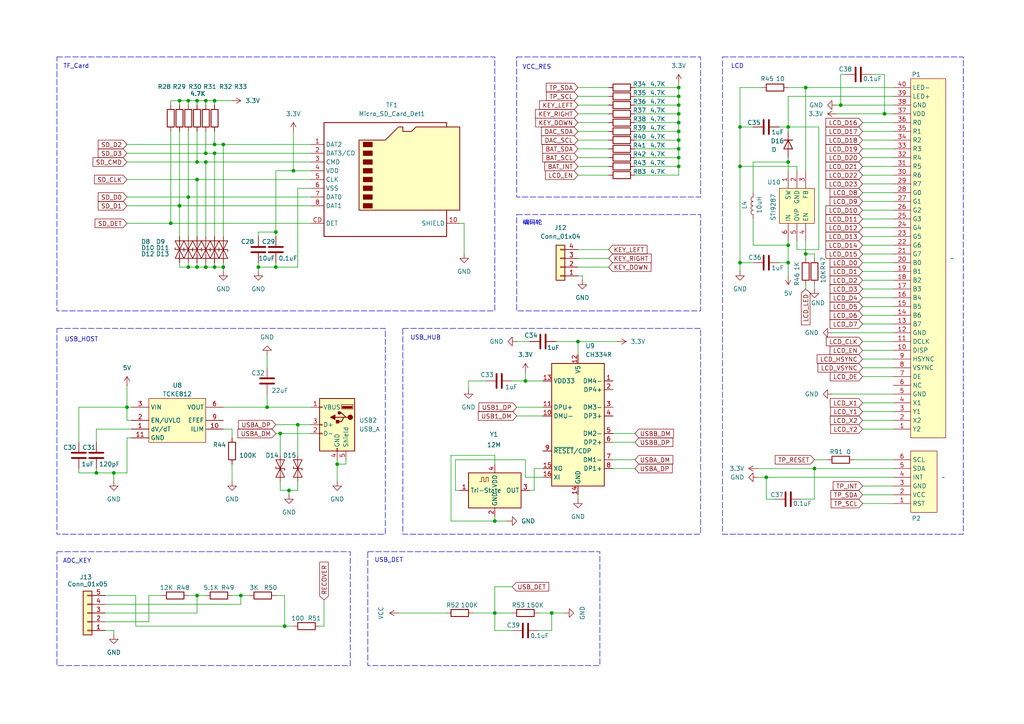
<source format=kicad_sch>
(kicad_sch (version 20250114) (generator "eeschema") (generator_version "9.0")
  (paper "A4")
  (rectangle (start 16.51 16.51) (end 143.51 90.17) (stroke (width 0) (type dash)))
  (rectangle (start 16.51 95.25) (end 111.76 154.94) (stroke (width 0) (type dash)))
  (rectangle (start 106.68 160.02) (end 173.99 193.04) (stroke (width 0) (type dash)))
  (rectangle (start 209.55 16.51) (end 279.4 154.94) (stroke (width 0) (type dash)))
  (rectangle (start 149.86 16.51) (end 203.2 57.15) (stroke (width 0) (type dash)))
  (rectangle (start 16.51 160.02) (end 101.6 193.04) (stroke (width 0) (type dash)))
  (rectangle (start 149.86 62.23) (end 203.2 90.17) (stroke (width 0) (type dash)))
  (rectangle (start 116.84 95.25) (end 203.2 154.94) (stroke (width 0) (type dash)))
  (text "ADC_KEY" (at 22.352 162.814 0) (effects (font (size 1.27 1.27))))
  (text "VCC_RES" (at 155.702 19.558 0) (effects (font (size 1.27 1.27))))
  (text "USB_HOST" (at 23.622 98.552 0) (effects (font (size 1.27 1.27))))
  (text "编码轮" (at 154.432 64.77 0) (effects (font (size 1.27 1.27))))
  (text "USB_DET" (at 112.776 162.56 0) (effects (font (size 1.27 1.27))))
  (text "USB_HUB" (at 123.444 98.044 0) (effects (font (size 1.27 1.27))))
  (text "LCD" (at 213.868 19.304 0) (effects (font (size 1.27 1.27))))
  (text "TF_Card" (at 22.098 19.304 0) (effects (font (size 1.27 1.27))))
  (junction (at 57.15 172.72))
  (junction (at 233.68 25.4))
  (junction (at 54.61 77.47))
  (junction (at 62.23 29.21))
  (junction (at 196.85 40.64))
  (junction (at 69.85 172.72))
  (junction (at 81.28 125.73))
  (junction (at 86.36 123.19))
  (junction (at 36.83 118.11))
  (junction (at 49.53 64.77))
  (junction (at 196.85 48.26))
  (junction (at 59.69 29.21))
  (junction (at 54.61 57.15))
  (junction (at 196.85 30.48))
  (junction (at 243.84 30.48))
  (junction (at 62.23 77.47))
  (junction (at 80.01 67.31))
  (junction (at 85.09 49.53))
  (junction (at 62.23 41.91))
  (junction (at 57.15 46.99))
  (junction (at 214.63 48.26))
  (junction (at 196.85 33.02))
  (junction (at 64.77 77.47))
  (junction (at 83.82 142.24))
  (junction (at 196.85 38.1))
  (junction (at 33.02 137.16))
  (junction (at 62.23 44.45))
  (junction (at 143.51 177.8))
  (junction (at 82.55 181.61))
  (junction (at 57.15 52.07))
  (junction (at 59.69 77.47))
  (junction (at 196.85 25.4))
  (junction (at 196.85 27.94))
  (junction (at 52.07 59.69))
  (junction (at 59.69 46.99))
  (junction (at 214.63 76.2))
  (junction (at 233.68 73.66))
  (junction (at 236.22 135.89))
  (junction (at 143.51 151.13))
  (junction (at 152.4 110.49))
  (junction (at 196.85 35.56))
  (junction (at 54.61 29.21))
  (junction (at 59.69 44.45))
  (junction (at 27.94 137.16))
  (junction (at 222.25 138.43))
  (junction (at 160.02 177.8))
  (junction (at 196.85 43.18))
  (junction (at 97.79 134.62))
  (junction (at 228.6 36.83))
  (junction (at 80.01 77.47))
  (junction (at 196.85 45.72))
  (junction (at 74.93 77.47))
  (junction (at 214.63 36.83))
  (junction (at 167.64 99.06))
  (junction (at 57.15 77.47))
  (junction (at 64.77 41.91))
  (junction (at 228.6 46.99))
  (junction (at 228.6 71.12))
  (junction (at 57.15 29.21))
  (junction (at 256.54 33.02))
  (junction (at 228.6 76.2))
  (junction (at 52.07 29.21))
  (junction (at 77.47 118.11))
  (wire (pts (xy 22.86 137.16) (xy 27.94 137.16)))
  (wire (pts (xy 52.07 59.69) (xy 90.17 59.69)))
  (wire (pts (xy 36.83 64.77) (xy 49.53 64.77)))
  (wire (pts (xy 67.31 134.62) (xy 67.31 139.7)))
  (wire (pts (xy 236.22 74.93) (xy 236.22 73.66)))
  (wire (pts (xy 54.61 57.15) (xy 90.17 57.15)))
  (wire (pts (xy 184.15 48.26) (xy 196.85 48.26)))
  (wire (pts (xy 233.68 82.55) (xy 233.68 83.82)))
  (wire (pts (xy 38.1 124.46) (xy 27.94 124.46)))
  (wire (pts (xy 62.23 29.21) (xy 67.31 29.21)))
  (wire (pts (xy 214.63 76.2) (xy 218.44 76.2)))
  (wire (pts (xy 259.08 27.94) (xy 228.6 27.94)))
  (wire (pts (xy 57.15 172.72) (xy 59.69 172.72)))
  (wire (pts (xy 167.64 25.4) (xy 176.53 25.4)))
  (wire (pts (xy 154.94 142.24) (xy 154.94 135.89)))
  (wire (pts (xy 152.4 110.49) (xy 157.48 110.49)))
  (wire (pts (xy 143.51 132.08) (xy 130.81 132.08)))
  (wire (pts (xy 167.64 38.1) (xy 176.53 38.1)))
  (wire (pts (xy 242.57 30.48) (xy 243.84 30.48)))
  (wire (pts (xy 36.83 57.15) (xy 54.61 57.15)))
  (wire (pts (xy 36.83 111.76) (xy 36.83 118.11)))
  (wire (pts (xy 177.8 128.27) (xy 184.15 128.27)))
  (wire (pts (xy 33.02 137.16) (xy 33.02 139.7)))
  (wire (pts (xy 149.86 120.65) (xy 157.48 120.65)))
  (wire (pts (xy 218.44 36.83) (xy 214.63 36.83)))
  (wire (pts (xy 250.19 55.88) (xy 259.08 55.88)))
  (wire (pts (xy 196.85 33.02) (xy 196.85 30.48)))
  (wire (pts (xy 176.53 77.47) (xy 167.64 77.47)))
  (wire (pts (xy 228.6 71.12) (xy 218.44 71.12)))
  (wire (pts (xy 250.19 43.18) (xy 259.08 43.18)))
  (wire (pts (xy 64.77 41.91) (xy 90.17 41.91)))
  (wire (pts (xy 57.15 76.2) (xy 57.15 77.47)))
  (wire (pts (xy 250.19 88.9) (xy 259.08 88.9)))
  (wire (pts (xy 57.15 38.1) (xy 57.15 46.99)))
  (wire (pts (xy 222.25 144.78) (xy 222.25 138.43)))
  (wire (pts (xy 67.31 172.72) (xy 69.85 172.72)))
  (wire (pts (xy 43.18 172.72) (xy 46.99 172.72)))
  (wire (pts (xy 152.4 138.43) (xy 152.4 133.35)))
  (wire (pts (xy 143.51 182.88) (xy 143.51 177.8)))
  (wire (pts (xy 80.01 123.19) (xy 86.36 123.19)))
  (wire (pts (xy 57.15 77.47) (xy 59.69 77.47)))
  (wire (pts (xy 33.02 182.88) (xy 33.02 184.15)))
  (wire (pts (xy 250.19 71.12) (xy 259.08 71.12)))
  (wire (pts (xy 30.48 172.72) (xy 39.37 172.72)))
  (wire (pts (xy 232.41 144.78) (xy 236.22 144.78)))
  (wire (pts (xy 97.79 133.35) (xy 97.79 134.62)))
  (wire (pts (xy 228.6 76.2) (xy 228.6 80.01)))
  (wire (pts (xy 250.19 83.82) (xy 259.08 83.82)))
  (wire (pts (xy 237.49 36.83) (xy 228.6 36.83)))
  (wire (pts (xy 160.02 182.88) (xy 160.02 177.8)))
  (wire (pts (xy 250.19 73.66) (xy 259.08 73.66)))
  (wire (pts (xy 250.19 66.04) (xy 259.08 66.04)))
  (wire (pts (xy 177.8 135.89) (xy 184.15 135.89)))
  (wire (pts (xy 36.83 44.45) (xy 59.69 44.45)))
  (wire (pts (xy 148.59 182.88) (xy 143.51 182.88)))
  (wire (pts (xy 59.69 44.45) (xy 62.23 44.45)))
  (wire (pts (xy 77.47 118.11) (xy 90.17 118.11)))
  (wire (pts (xy 30.48 177.8) (xy 57.15 177.8)))
  (wire (pts (xy 236.22 82.55) (xy 236.22 83.82)))
  (wire (pts (xy 148.59 110.49) (xy 152.4 110.49)))
  (wire (pts (xy 93.98 181.61) (xy 92.71 181.61)))
  (wire (pts (xy 36.83 41.91) (xy 62.23 41.91)))
  (wire (pts (xy 250.19 53.34) (xy 259.08 53.34)))
  (wire (pts (xy 250.19 63.5) (xy 259.08 63.5)))
  (wire (pts (xy 80.01 172.72) (xy 82.55 172.72)))
  (wire (pts (xy 228.6 25.4) (xy 233.68 25.4)))
  (wire (pts (xy 49.53 29.21) (xy 52.07 29.21)))
  (wire (pts (xy 54.61 29.21) (xy 57.15 29.21)))
  (wire (pts (xy 196.85 50.8) (xy 196.85 48.26)))
  (wire (pts (xy 196.85 35.56) (xy 196.85 33.02)))
  (wire (pts (xy 83.82 142.24) (xy 81.28 142.24)))
  (wire (pts (xy 62.23 77.47) (xy 64.77 77.47)))
  (wire (pts (xy 86.36 77.47) (xy 80.01 77.47)))
  (wire (pts (xy 236.22 133.35) (xy 240.03 133.35)))
  (wire (pts (xy 57.15 52.07) (xy 90.17 52.07)))
  (wire (pts (xy 54.61 38.1) (xy 54.61 57.15)))
  (wire (pts (xy 57.15 29.21) (xy 57.15 30.48)))
  (wire (pts (xy 156.21 182.88) (xy 160.02 182.88)))
  (wire (pts (xy 38.1 118.11) (xy 36.83 118.11)))
  (wire (pts (xy 243.84 30.48) (xy 259.08 30.48)))
  (wire (pts (xy 133.35 64.77) (xy 134.62 64.77)))
  (wire (pts (xy 184.15 30.48) (xy 196.85 30.48)))
  (wire (pts (xy 100.33 134.62) (xy 97.79 134.62)))
  (wire (pts (xy 27.94 137.16) (xy 33.02 137.16)))
  (wire (pts (xy 54.61 29.21) (xy 54.61 30.48)))
  (wire (pts (xy 135.89 110.49) (xy 140.97 110.49)))
  (wire (pts (xy 214.63 36.83) (xy 214.63 48.26)))
  (wire (pts (xy 59.69 29.21) (xy 62.23 29.21)))
  (wire (pts (xy 160.02 177.8) (xy 163.83 177.8)))
  (wire (pts (xy 64.77 77.47) (xy 64.77 78.74)))
  (wire (pts (xy 86.36 139.7) (xy 86.36 142.24)))
  (wire (pts (xy 148.59 170.18) (xy 143.51 170.18)))
  (wire (pts (xy 74.93 67.31) (xy 80.01 67.31)))
  (wire (pts (xy 153.67 142.24) (xy 154.94 142.24)))
  (wire (pts (xy 177.8 125.73) (xy 184.15 125.73)))
  (wire (pts (xy 22.86 128.27) (xy 22.86 118.11)))
  (wire (pts (xy 250.19 99.06) (xy 259.08 99.06)))
  (wire (pts (xy 196.85 27.94) (xy 196.85 25.4)))
  (wire (pts (xy 228.6 76.2) (xy 228.6 71.12)))
  (wire (pts (xy 250.19 124.46) (xy 259.08 124.46)))
  (wire (pts (xy 250.19 40.64) (xy 259.08 40.64)))
  (wire (pts (xy 137.16 177.8) (xy 143.51 177.8)))
  (wire (pts (xy 62.23 41.91) (xy 64.77 41.91)))
  (wire (pts (xy 250.19 45.72) (xy 259.08 45.72)))
  (wire (pts (xy 250.19 38.1) (xy 259.08 38.1)))
  (wire (pts (xy 52.07 76.2) (xy 52.07 77.47)))
  (wire (pts (xy 219.71 138.43) (xy 222.25 138.43)))
  (wire (pts (xy 54.61 172.72) (xy 57.15 172.72)))
  (wire (pts (xy 196.85 40.64) (xy 196.85 43.18)))
  (wire (pts (xy 85.09 49.53) (xy 90.17 49.53)))
  (wire (pts (xy 184.15 25.4) (xy 196.85 25.4)))
  (wire (pts (xy 143.51 151.13) (xy 147.32 151.13)))
  (wire (pts (xy 54.61 57.15) (xy 54.61 68.58)))
  (wire (pts (xy 30.48 182.88) (xy 33.02 182.88)))
  (wire (pts (xy 74.93 77.47) (xy 74.93 78.74)))
  (wire (pts (xy 49.53 38.1) (xy 49.53 64.77)))
  (wire (pts (xy 27.94 124.46) (xy 27.94 128.27)))
  (wire (pts (xy 167.64 45.72) (xy 176.53 45.72)))
  (wire (pts (xy 245.11 21.59) (xy 243.84 21.59)))
  (wire (pts (xy 218.44 71.12) (xy 218.44 63.5)))
  (wire (pts (xy 226.06 76.2) (xy 228.6 76.2)))
  (wire (pts (xy 250.19 86.36) (xy 259.08 86.36)))
  (wire (pts (xy 81.28 142.24) (xy 81.28 139.7)))
  (wire (pts (xy 167.64 143.51) (xy 167.64 144.78)))
  (wire (pts (xy 233.68 69.85) (xy 233.68 73.66)))
  (wire (pts (xy 143.51 170.18) (xy 143.51 177.8)))
  (wire (pts (xy 196.85 38.1) (xy 196.85 35.56)))
  (wire (pts (xy 196.85 45.72) (xy 196.85 48.26)))
  (wire (pts (xy 39.37 181.61) (xy 82.55 181.61)))
  (wire (pts (xy 59.69 46.99) (xy 90.17 46.99)))
  (wire (pts (xy 36.83 127) (xy 36.83 137.16)))
  (wire (pts (xy 52.07 59.69) (xy 52.07 68.58)))
  (wire (pts (xy 52.07 38.1) (xy 52.07 59.69)))
  (wire (pts (xy 64.77 41.91) (xy 64.77 68.58)))
  (wire (pts (xy 250.19 91.44) (xy 259.08 91.44)))
  (wire (pts (xy 85.09 38.1) (xy 85.09 49.53)))
  (wire (pts (xy 233.68 25.4) (xy 233.68 49.53)))
  (wire (pts (xy 36.83 59.69) (xy 52.07 59.69)))
  (wire (pts (xy 250.19 35.56) (xy 259.08 35.56)))
  (wire (pts (xy 250.19 78.74) (xy 259.08 78.74)))
  (wire (pts (xy 39.37 172.72) (xy 39.37 181.61)))
  (wire (pts (xy 143.51 132.08) (xy 143.51 134.62)))
  (wire (pts (xy 231.14 69.85) (xy 231.14 72.39)))
  (wire (pts (xy 156.21 177.8) (xy 160.02 177.8)))
  (wire (pts (xy 256.54 33.02) (xy 259.08 33.02)))
  (wire (pts (xy 250.19 121.92) (xy 259.08 121.92)))
  (wire (pts (xy 59.69 38.1) (xy 59.69 44.45)))
  (wire (pts (xy 59.69 29.21) (xy 59.69 30.48)))
  (wire (pts (xy 250.19 93.98) (xy 259.08 93.98)))
  (wire (pts (xy 80.01 67.31) (xy 80.01 68.58)))
  (wire (pts (xy 143.51 177.8) (xy 148.59 177.8)))
  (wire (pts (xy 38.1 127) (xy 36.83 127)))
  (wire (pts (xy 250.19 116.84) (xy 259.08 116.84)))
  (wire (pts (xy 52.07 29.21) (xy 54.61 29.21)))
  (wire (pts (xy 115.57 177.8) (xy 129.54 177.8)))
  (wire (pts (xy 86.36 54.61) (xy 90.17 54.61)))
  (wire (pts (xy 80.01 77.47) (xy 80.01 76.2)))
  (wire (pts (xy 134.62 64.77) (xy 134.62 73.66)))
  (wire (pts (xy 220.98 25.4) (xy 214.63 25.4)))
  (wire (pts (xy 57.15 46.99) (xy 59.69 46.99)))
  (wire (pts (xy 59.69 76.2) (xy 59.69 77.47)))
  (wire (pts (xy 228.6 69.85) (xy 228.6 71.12)))
  (wire (pts (xy 132.08 142.24) (xy 133.35 142.24)))
  (wire (pts (xy 149.86 118.11) (xy 157.48 118.11)))
  (wire (pts (xy 161.29 99.06) (xy 167.64 99.06)))
  (wire (pts (xy 214.63 76.2) (xy 214.63 78.74)))
  (wire (pts (xy 226.06 36.83) (xy 228.6 36.83)))
  (wire (pts (xy 219.71 135.89) (xy 236.22 135.89)))
  (wire (pts (xy 228.6 46.99) (xy 228.6 49.53)))
  (wire (pts (xy 67.31 124.46) (xy 67.31 127)))
  (wire (pts (xy 62.23 38.1) (xy 62.23 41.91)))
  (wire (pts (xy 241.3 114.3) (xy 259.08 114.3)))
  (wire (pts (xy 82.55 181.61) (xy 85.09 181.61)))
  (wire (pts (xy 130.81 132.08) (xy 130.81 151.13)))
  (wire (pts (xy 196.85 43.18) (xy 196.85 45.72)))
  (wire (pts (xy 80.01 49.53) (xy 85.09 49.53)))
  (wire (pts (xy 30.48 175.26) (xy 69.85 175.26)))
  (wire (pts (xy 74.93 68.58) (xy 74.93 67.31)))
  (wire (pts (xy 69.85 172.72) (xy 72.39 172.72)))
  (wire (pts (xy 231.14 49.53) (xy 231.14 48.26)))
  (wire (pts (xy 184.15 43.18) (xy 196.85 43.18)))
  (wire (pts (xy 250.19 143.51) (xy 259.08 143.51)))
  (wire (pts (xy 250.19 76.2) (xy 259.08 76.2)))
  (wire (pts (xy 57.15 29.21) (xy 59.69 29.21)))
  (wire (pts (xy 52.07 29.21) (xy 52.07 30.48)))
  (wire (pts (xy 64.77 118.11) (xy 77.47 118.11)))
  (wire (pts (xy 152.4 107.95) (xy 152.4 110.49)))
  (wire (pts (xy 149.86 99.06) (xy 153.67 99.06)))
  (wire (pts (xy 196.85 40.64) (xy 196.85 38.1)))
  (wire (pts (xy 36.83 121.92) (xy 36.83 118.11)))
  (wire (pts (xy 27.94 135.89) (xy 27.94 137.16)))
  (wire (pts (xy 62.23 44.45) (xy 62.23 68.58)))
  (wire (pts (xy 243.84 21.59) (xy 243.84 30.48)))
  (wire (pts (xy 250.19 109.22) (xy 259.08 109.22)))
  (wire (pts (xy 132.08 133.35) (xy 132.08 142.24)))
  (wire (pts (xy 86.36 123.19) (xy 86.36 132.08)))
  (wire (pts (xy 184.15 27.94) (xy 196.85 27.94)))
  (wire (pts (xy 167.64 80.01) (xy 168.91 80.01)))
  (wire (pts (xy 250.19 119.38) (xy 259.08 119.38)))
  (wire (pts (xy 52.07 77.47) (xy 54.61 77.47)))
  (wire (pts (xy 196.85 30.48) (xy 196.85 27.94)))
  (wire (pts (xy 22.86 118.11) (xy 36.83 118.11)))
  (wire (pts (xy 250.19 81.28) (xy 259.08 81.28)))
  (wire (pts (xy 250.19 48.26) (xy 259.08 48.26)))
  (wire (pts (xy 86.36 54.61) (xy 86.36 77.47)))
  (wire (pts (xy 80.01 125.73) (xy 81.28 125.73)))
  (wire (pts (xy 93.98 173.99) (xy 93.98 181.61)))
  (wire (pts (xy 69.85 172.72) (xy 69.85 175.26)))
  (wire (pts (xy 218.44 46.99) (xy 228.6 46.99)))
  (wire (pts (xy 135.89 113.03) (xy 135.89 110.49)))
  (wire (pts (xy 49.53 30.48) (xy 49.53 29.21)))
  (wire (pts (xy 233.68 25.4) (xy 259.08 25.4)))
  (wire (pts (xy 82.55 172.72) (xy 82.55 181.61)))
  (wire (pts (xy 167.64 99.06) (xy 167.64 102.87)))
  (wire (pts (xy 57.15 177.8) (xy 57.15 172.72)))
  (wire (pts (xy 80.01 67.31) (xy 80.01 49.53)))
  (wire (pts (xy 36.83 52.07) (xy 57.15 52.07)))
  (wire (pts (xy 228.6 45.72) (xy 228.6 46.99)))
  (wire (pts (xy 54.61 76.2) (xy 54.61 77.47)))
  (wire (pts (xy 74.93 76.2) (xy 74.93 77.47)))
  (wire (pts (xy 62.23 76.2) (xy 62.23 77.47)))
  (wire (pts (xy 228.6 36.83) (xy 228.6 38.1)))
  (wire (pts (xy 167.64 30.48) (xy 176.53 30.48)))
  (wire (pts (xy 247.65 133.35) (xy 259.08 133.35)))
  (wire (pts (xy 236.22 135.89) (xy 259.08 135.89)))
  (wire (pts (xy 59.69 46.99) (xy 59.69 68.58)))
  (wire (pts (xy 184.15 33.02) (xy 196.85 33.02)))
  (wire (pts (xy 38.1 121.92) (xy 36.83 121.92)))
  (wire (pts (xy 157.48 138.43) (xy 152.4 138.43)))
  (wire (pts (xy 196.85 25.4) (xy 196.85 24.13)))
  (wire (pts (xy 167.64 33.02) (xy 176.53 33.02)))
  (wire (pts (xy 167.64 48.26) (xy 176.53 48.26)))
  (wire (pts (xy 236.22 144.78) (xy 236.22 135.89)))
  (wire (pts (xy 81.28 125.73) (xy 81.28 132.08)))
  (wire (pts (xy 233.68 73.66) (xy 236.22 73.66)))
  (wire (pts (xy 49.53 64.77) (xy 90.17 64.77)))
  (wire (pts (xy 214.63 48.26) (xy 214.63 76.2)))
  (wire (pts (xy 231.14 72.39) (xy 237.49 72.39)))
  (wire (pts (xy 62.23 29.21) (xy 62.23 30.48)))
  (wire (pts (xy 54.61 77.47) (xy 57.15 77.47)))
  (wire (pts (xy 59.69 77.47) (xy 62.23 77.47)))
  (wire (pts (xy 77.47 102.87) (xy 77.47 106.68)))
  (wire (pts (xy 218.44 55.88) (xy 218.44 46.99)))
  (wire (pts (xy 184.15 38.1) (xy 196.85 38.1)))
  (wire (pts (xy 62.23 44.45) (xy 90.17 44.45)))
  (wire (pts (xy 167.64 27.94) (xy 176.53 27.94)))
  (wire (pts (xy 77.47 114.3) (xy 77.47 118.11)))
  (wire (pts (xy 64.77 124.46) (xy 67.31 124.46)))
  (wire (pts (xy 57.15 52.07) (xy 57.15 68.58)))
  (wire (pts (xy 130.81 151.13) (xy 143.51 151.13)))
  (wire (pts (xy 86.36 123.19) (xy 90.17 123.19)))
  (wire (pts (xy 33.02 137.16) (xy 36.83 137.16)))
  (wire (pts (xy 252.73 21.59) (xy 256.54 21.59)))
  (wire (pts (xy 241.3 96.52) (xy 259.08 96.52)))
  (wire (pts (xy 233.68 73.66) (xy 233.68 74.93)))
  (wire (pts (xy 250.19 140.97) (xy 259.08 140.97)))
  (wire (pts (xy 242.57 33.02) (xy 256.54 33.02)))
  (wire (pts (xy 184.15 50.8) (xy 196.85 50.8)))
  (wire (pts (xy 250.19 68.58) (xy 259.08 68.58)))
  (wire (pts (xy 30.48 180.34) (xy 43.18 180.34)))
  (wire (pts (xy 167.64 99.06) (xy 179.07 99.06)))
  (wire (pts (xy 250.19 60.96) (xy 259.08 60.96)))
  (wire (pts (xy 36.83 46.99) (xy 57.15 46.99)))
  (wire (pts (xy 154.94 135.89) (xy 157.48 135.89)))
  (wire (pts (xy 81.28 125.73) (xy 90.17 125.73)))
  (wire (pts (xy 250.19 104.14) (xy 259.08 104.14)))
  (wire (pts (xy 86.36 142.24) (xy 83.82 142.24)))
  (wire (pts (xy 100.33 133.35) (xy 100.33 134.62)))
  (wire (pts (xy 97.79 134.62) (xy 97.79 139.7)))
  (wire (pts (xy 231.14 48.26) (xy 214.63 48.26)))
  (wire (pts (xy 250.19 146.05) (xy 259.08 146.05)))
  (wire (pts (xy 184.15 45.72) (xy 196.85 45.72)))
  (wire (pts (xy 256.54 21.59) (xy 256.54 33.02)))
  (wire (pts (xy 177.8 133.35) (xy 184.15 133.35)))
  (wire (pts (xy 222.25 138.43) (xy 259.08 138.43)))
  (wire (pts (xy 237.49 72.39) (xy 237.49 36.83)))
  (wire (pts (xy 43.18 180.34) (xy 43.18 172.72)))
  (wire (pts (xy 184.15 35.56) (xy 196.85 35.56)))
  (wire (pts (xy 184.15 40.64) (xy 196.85 40.64)))
  (wire (pts (xy 167.64 50.8) (xy 176.53 50.8)))
  (wire (pts (xy 167.64 43.18) (xy 176.53 43.18)))
  (wire (pts (xy 250.19 101.6) (xy 259.08 101.6)))
  (wire (pts (xy 64.77 76.2) (xy 64.77 77.47)))
  (wire (pts (xy 22.86 135.89) (xy 22.86 137.16)))
  (wire (pts (xy 176.53 72.39) (xy 167.64 72.39)))
  (wire (pts (xy 143.51 151.13) (xy 143.51 149.86)))
  (wire (pts (xy 80.01 77.47) (xy 74.93 77.47)))
  (wire (pts (xy 83.82 142.24) (xy 83.82 143.51)))
  (wire (pts (xy 228.6 27.94) (xy 228.6 36.83)))
  (wire (pts (xy 168.91 80.01) (xy 168.91 81.28)))
  (wire (pts (xy 167.64 35.56) (xy 176.53 35.56)))
  (wire (pts (xy 214.63 25.4) (xy 214.63 36.83)))
  (wire (pts (xy 176.53 74.93) (xy 167.64 74.93)))
  (wire (pts (xy 250.19 50.8) (xy 259.08 50.8)))
  (wire (pts (xy 167.64 40.64) (xy 176.53 40.64)))
  (wire (pts (xy 222.25 144.78) (xy 224.79 144.78)))
  (wire (pts (xy 152.4 133.35) (xy 132.08 133.35)))
  (wire (pts (xy 250.19 106.68) (xy 259.08 106.68)))
  (wire (pts (xy 250.19 58.42) (xy 259.08 58.42)))
  (global_label "USBA_DM" (shape input) (at 184.15 133.35 0) (property "Intersheetrefs" "${INTERSHEET_REFS}" (effects (hide yes))))
  (global_label "SD_D1" (shape input) (at 36.83 59.69 180) (property "Intersheetrefs" "${INTERSHEET_REFS}" (effects (hide yes))))
  (global_label "LCD_D13" (shape input) (at 250.19 68.58 180) (property "Intersheetrefs" "${INTERSHEET_REFS}" (effects (hide yes))))
  (global_label "LCD_X1" (shape input) (at 250.19 116.84 180) (property "Intersheetrefs" "${INTERSHEET_REFS}" (effects (hide yes))))
  (global_label "LCD_D23" (shape input) (at 250.19 53.34 180) (property "Intersheetrefs" "${INTERSHEET_REFS}" (effects (hide yes))))
  (global_label "LCD_D21" (shape input) (at 250.19 48.26 180) (property "Intersheetrefs" "${INTERSHEET_REFS}" (effects (hide yes))))
  (global_label "USBB_DM" (shape input) (at 184.15 125.73 0) (property "Intersheetrefs" "${INTERSHEET_REFS}" (effects (hide yes))))
  (global_label "LCD_D6" (shape input) (at 250.19 91.44 180) (property "Intersheetrefs" "${INTERSHEET_REFS}" (effects (hide yes))))
  (global_label "USBA_DP" (shape input) (at 184.15 135.89 0) (property "Intersheetrefs" "${INTERSHEET_REFS}" (effects (hide yes))))
  (global_label "LCD_D9" (shape input) (at 250.19 58.42 180) (property "Intersheetrefs" "${INTERSHEET_REFS}" (effects (hide yes))))
  (global_label "LCD_D11" (shape input) (at 250.19 63.5 180) (property "Intersheetrefs" "${INTERSHEET_REFS}" (effects (hide yes))))
  (global_label "TP_SDA" (shape input) (at 167.64 25.4 180) (property "Intersheetrefs" "${INTERSHEET_REFS}" (effects (hide yes))))
  (global_label "LCD_D19" (shape input) (at 250.19 43.18 180) (property "Intersheetrefs" "${INTERSHEET_REFS}" (effects (hide yes))))
  (global_label "LCD_D4" (shape input) (at 250.19 86.36 180) (property "Intersheetrefs" "${INTERSHEET_REFS}" (effects (hide yes))))
  (global_label "LCD_EN" (shape input) (at 250.19 101.6 180) (property "Intersheetrefs" "${INTERSHEET_REFS}" (effects (hide yes))))
  (global_label "RECOVER" (shape input) (at 93.98 173.99 90) (property "Intersheetrefs" "${INTERSHEET_REFS}" (effects (hide yes))))
  (global_label "LCD_D3" (shape input) (at 250.19 83.82 180) (property "Intersheetrefs" "${INTERSHEET_REFS}" (effects (hide yes))))
  (global_label "SD_D3" (shape input) (at 36.83 44.45 180) (property "Intersheetrefs" "${INTERSHEET_REFS}" (effects (hide yes))))
  (global_label "TP_SDA" (shape input) (at 250.19 143.51 180) (property "Intersheetrefs" "${INTERSHEET_REFS}" (effects (hide yes))))
  (global_label "LCD_D16" (shape input) (at 250.19 35.56 180) (property "Intersheetrefs" "${INTERSHEET_REFS}" (effects (hide yes))))
  (global_label "BAT_INT" (shape input) (at 167.64 48.26 180) (property "Intersheetrefs" "${INTERSHEET_REFS}" (effects (hide yes))))
  (global_label "KEY_RIGHT" (shape input) (at 167.64 33.02 180) (property "Intersheetrefs" "${INTERSHEET_REFS}" (effects (hide yes))))
  (global_label "TP_SCL" (shape input) (at 167.64 27.94 180) (property "Intersheetrefs" "${INTERSHEET_REFS}" (effects (hide yes))))
  (global_label "SD_CLK" (shape input) (at 36.83 52.07 180) (property "Intersheetrefs" "${INTERSHEET_REFS}" (effects (hide yes))))
  (global_label "SD_CMD" (shape input) (at 36.83 46.99 180) (property "Intersheetrefs" "${INTERSHEET_REFS}" (effects (hide yes))))
  (global_label "LCD_D7" (shape input) (at 250.19 93.98 180) (property "Intersheetrefs" "${INTERSHEET_REFS}" (effects (hide yes))))
  (global_label "KEY_RIGHT" (shape input) (at 176.53 74.93 0) (property "Intersheetrefs" "${INTERSHEET_REFS}" (effects (hide yes))))
  (global_label "LCD_EN" (shape input) (at 167.64 50.8 180) (property "Intersheetrefs" "${INTERSHEET_REFS}" (effects (hide yes))))
  (global_label "LCD_D20" (shape input) (at 250.19 45.72 180) (property "Intersheetrefs" "${INTERSHEET_REFS}" (effects (hide yes))))
  (global_label "LCD_D15" (shape input) (at 250.19 73.66 180) (property "Intersheetrefs" "${INTERSHEET_REFS}" (effects (hide yes))))
  (global_label "BAT_SCL" (shape input) (at 167.64 45.72 180) (property "Intersheetrefs" "${INTERSHEET_REFS}" (effects (hide yes))))
  (global_label "LCD_D22" (shape input) (at 250.19 50.8 180) (property "Intersheetrefs" "${INTERSHEET_REFS}" (effects (hide yes))))
  (global_label "TP_RESET" (shape input) (at 236.22 133.35 180) (property "Intersheetrefs" "${INTERSHEET_REFS}" (effects (hide yes))))
  (global_label "DAC_SCL" (shape input) (at 167.64 40.64 180) (property "Intersheetrefs" "${INTERSHEET_REFS}" (effects (hide yes))))
  (global_label "LCD_CLK" (shape input) (at 250.19 99.06 180) (property "Intersheetrefs" "${INTERSHEET_REFS}" (effects (hide yes))))
  (global_label "BAT_SDA" (shape input) (at 167.64 43.18 180) (property "Intersheetrefs" "${INTERSHEET_REFS}" (effects (hide yes))))
  (global_label "LCD_D2" (shape input) (at 250.19 81.28 180) (property "Intersheetrefs" "${INTERSHEET_REFS}" (effects (hide yes))))
  (global_label "KEY_LEFT" (shape input) (at 167.64 30.48 180) (property "Intersheetrefs" "${INTERSHEET_REFS}" (effects (hide yes))))
  (global_label "TP_INT" (shape input) (at 250.19 140.97 180) (property "Intersheetrefs" "${INTERSHEET_REFS}" (effects (hide yes))))
  (global_label "LCD_D0" (shape input) (at 250.19 76.2 180) (property "Intersheetrefs" "${INTERSHEET_REFS}" (effects (hide yes))))
  (global_label "USBB_DP" (shape input) (at 184.15 128.27 0) (property "Intersheetrefs" "${INTERSHEET_REFS}" (effects (hide yes))))
  (global_label "KEY_LEFT" (shape input) (at 176.53 72.39 0) (property "Intersheetrefs" "${INTERSHEET_REFS}" (effects (hide yes))))
  (global_label "LCD_D8" (shape input) (at 250.19 55.88 180) (property "Intersheetrefs" "${INTERSHEET_REFS}" (effects (hide yes))))
  (global_label "LCD_D5" (shape input) (at 250.19 88.9 180) (property "Intersheetrefs" "${INTERSHEET_REFS}" (effects (hide yes))))
  (global_label "KEY_DOWN" (shape input) (at 167.64 35.56 180) (property "Intersheetrefs" "${INTERSHEET_REFS}" (effects (hide yes))))
  (global_label "USB1_DP" (shape input) (at 149.86 118.11 180) (property "Intersheetrefs" "${INTERSHEET_REFS}" (effects (hide yes))))
  (global_label "LCD_DE" (shape input) (at 250.19 109.22 180) (property "Intersheetrefs" "${INTERSHEET_REFS}" (effects (hide yes))))
  (global_label "SD_D2" (shape input) (at 36.83 41.91 180) (property "Intersheetrefs" "${INTERSHEET_REFS}" (effects (hide yes))))
  (global_label "SD_DET" (shape input) (at 36.83 64.77 180) (property "Intersheetrefs" "${INTERSHEET_REFS}" (effects (hide yes))))
  (global_label "USB_DET" (shape input) (at 148.59 170.18 0) (property "Intersheetrefs" "${INTERSHEET_REFS}" (effects (hide yes))))
  (global_label "LCD_HSYNC" (shape input) (at 250.19 104.14 180) (property "Intersheetrefs" "${INTERSHEET_REFS}" (effects (hide yes))))
  (global_label "LCD_D17" (shape input) (at 250.19 38.1 180) (property "Intersheetrefs" "${INTERSHEET_REFS}" (effects (hide yes))))
  (global_label "USBA_DM" (shape input) (at 80.01 125.73 180) (property "Intersheetrefs" "${INTERSHEET_REFS}" (effects (hide yes))))
  (global_label "LCD_X2" (shape input) (at 250.19 121.92 180) (property "Intersheetrefs" "${INTERSHEET_REFS}" (effects (hide yes))))
  (global_label "USBA_DP" (shape input) (at 80.01 123.19 180) (property "Intersheetrefs" "${INTERSHEET_REFS}" (effects (hide yes))))
  (global_label "DAC_SDA" (shape input) (at 167.64 38.1 180) (property "Intersheetrefs" "${INTERSHEET_REFS}" (effects (hide yes))))
  (global_label "SD_D0" (shape input) (at 36.83 57.15 180) (property "Intersheetrefs" "${INTERSHEET_REFS}" (effects (hide yes))))
  (global_label "LCD_Y2" (shape input) (at 250.19 124.46 180) (property "Intersheetrefs" "${INTERSHEET_REFS}" (effects (hide yes))))
  (global_label "LCD_Y1" (shape input) (at 250.19 119.38 180) (property "Intersheetrefs" "${INTERSHEET_REFS}" (effects (hide yes))))
  (global_label "LCD_D1" (shape input) (at 250.19 78.74 180) (property "Intersheetrefs" "${INTERSHEET_REFS}" (effects (hide yes))))
  (global_label "LCD_LED" (shape input) (at 233.68 83.82 270) (property "Intersheetrefs" "${INTERSHEET_REFS}" (effects (hide yes))))
  (global_label "LCD_VSYNC" (shape input) (at 250.19 106.68 180) (property "Intersheetrefs" "${INTERSHEET_REFS}" (effects (hide yes))))
  (global_label "LCD_D12" (shape input) (at 250.19 66.04 180) (property "Intersheetrefs" "${INTERSHEET_REFS}" (effects (hide yes))))
  (global_label "KEY_DOWN" (shape input) (at 176.53 77.47 0) (property "Intersheetrefs" "${INTERSHEET_REFS}" (effects (hide yes))))
  (global_label "TP_SCL" (shape input) (at 250.19 146.05 180) (property "Intersheetrefs" "${INTERSHEET_REFS}" (effects (hide yes))))
  (global_label "LCD_D18" (shape input) (at 250.19 40.64 180) (property "Intersheetrefs" "${INTERSHEET_REFS}" (effects (hide yes))))
  (global_label "LCD_D10" (shape input) (at 250.19 60.96 180) (property "Intersheetrefs" "${INTERSHEET_REFS}" (effects (hide yes))))
  (global_label "USB1_DM" (shape input) (at 149.86 120.65 180) (property "Intersheetrefs" "${INTERSHEET_REFS}" (effects (hide yes))))
  (global_label "LCD_D14" (shape input) (at 250.19 71.12 180) (property "Intersheetrefs" "${INTERSHEET_REFS}" (effects (hide yes))))
  (symbol (lib_id "power:GND") (at 83.82 143.51 0) (unit 1)
    (property "Reference" "#PWR056" (effects (hide yes)))
    (property "Value" "GND" (at 83.82 148.59 0))
    (property "Description" "Power symbol creates a global label with name \"GND\" , ground" (effects (hide yes)))
  )
  (symbol (lib_id "Diode:ESD9B5.0ST5G") (at 62.23 72.39 90) (unit 1)
    (property "Reference" "D12" (at 40.894 73.66 90) (effects (justify right)))
    (property "Value" "ESD9B5.0ST5G" (effects (hide yes)))
    (property "Footprint" "Diode_SMD:D_SOD-523" (effects (hide yes)))
    (property "Datasheet" "https://www.onsemi.com/pub/Collateral/ESD9B-D.PDF" (effects (hide yes)))
    (property "Description" "ESD protection diode, 5.0Vrwm, SOD-923" (effects (hide yes)))
  )
  (symbol (lib_id "Device:R") (at 63.5 172.72 270) (unit 1)
    (property "Reference" "R49" (at 66.04 170.434 90))
    (property "Value" "5.1K" (at 61.214 170.434 90))
    (property "Footprint" "Resistor_SMD:R_0402_1005Metric_Pad0.72x0.64mm_HandSolder" (effects (hide yes)))
    (property "Description" "Resistor" (effects (hide yes)))
  )
  (symbol (lib_id "Device:R") (at 180.34 38.1 270) (unit 1)
    (property "Reference" "R39" (at 187.452 37.084 90) (effects (justify right)))
    (property "Value" "4.7K" (at 193.04 37.084 90) (effects (justify right)))
    (property "Footprint" "Capacitor_SMD:C_0402_1005Metric_Pad0.74x0.62mm_HandSolder" (effects (hide yes)))
    (property "Description" "Resistor" (effects (hide yes)))
  )
  (symbol (lib_id "Connector:USB_A") (at 97.79 123.19 0) (mirror y) (unit 1)
    (property "Reference" "USB2" (at 104.14 121.9199 0) (effects (justify right)))
    (property "Value" "USB_A" (at 104.14 124.4599 0) (effects (justify right)))
    (property "Footprint" "coloryr:USB-A-TH_AF-ZJWG" (effects (hide yes)))
    (property "Description" "USB Type A connector" (effects (hide yes)))
  )
  (symbol (lib_id "Device:R") (at 133.35 177.8 90) (unit 1)
    (property "Reference" "R52" (at 131.318 175.514 90))
    (property "Value" "100K" (at 136.144 175.514 90))
    (property "Footprint" "Resistor_SMD:R_0402_1005Metric_Pad0.72x0.64mm_HandSolder" (effects (hide yes)))
    (property "Description" "Resistor" (effects (hide yes)))
  )
  (symbol (lib_id "Device:C") (at 74.93 72.39 0) (unit 1)
    (property "Reference" "C28" (at 69.85 70.104 0) (effects (justify left)))
    (property "Value" "10uF" (at 74.93 74.93 0) (effects (justify left)))
    (property "Footprint" "Capacitor_SMD:C_0402_1005Metric_Pad0.74x0.62mm_HandSolder" (effects (hide yes)))
    (property "Description" "Unpolarized capacitor" (effects (hide yes)))
  )
  (symbol (lib_id "power:GND") (at 134.62 73.66 0) (unit 1)
    (property "Reference" "#PWR060" (effects (hide yes)))
    (property "Value" "GND" (at 134.62 78.74 0))
    (property "Description" "Power symbol creates a global label with name \"GND\" , ground" (effects (hide yes)))
  )
  (symbol (lib_id "Device:R") (at 52.07 34.29 0) (unit 1)
    (property "Reference" "R29" (at 50.038 25.146 0) (effects (justify left)))
    (property "Value" "4.7K" (at 55.118 27.178 0) (effects (justify left)))
    (property "Footprint" "Resistor_SMD:R_0402_1005Metric_Pad0.72x0.64mm_HandSolder" (effects (hide yes)))
    (property "Description" "Resistor" (effects (hide yes)))
  )
  (symbol (lib_id "Device:R") (at 180.34 48.26 270) (unit 1)
    (property "Reference" "R43" (at 187.452 47.244 90) (effects (justify right)))
    (property "Value" "4.7K" (at 193.04 47.244 90) (effects (justify right)))
    (property "Footprint" "Capacitor_SMD:C_0402_1005Metric_Pad0.74x0.62mm_HandSolder" (effects (hide yes)))
    (property "Description" "Resistor" (effects (hide yes)))
  )
  (symbol (lib_id "Device:C") (at 248.92 21.59 90) (unit 1)
    (property "Reference" "C38" (at 247.142 20.066 90) (effects (justify left)))
    (property "Value" "0.1uF" (at 255.778 22.86 90) (effects (justify left)))
    (property "Footprint" "Capacitor_SMD:C_0402_1005Metric_Pad0.74x0.62mm_HandSolder" (effects (hide yes)))
    (property "Description" "Unpolarized capacitor" (effects (hide yes)))
  )
  (symbol (lib_id "Device:R") (at 243.84 133.35 270) (unit 1)
    (property "Reference" "R91" (at 242.57 131.064 90))
    (property "Value" "0" (at 246.126 131.064 90))
    (property "Footprint" "Resistor_SMD:R_0402_1005Metric_Pad0.72x0.64mm_HandSolder" (effects (hide yes)))
    (property "Description" "Resistor" (effects (hide yes)))
  )
  (symbol (lib_id "Diode:ESD9B5.0ST5G") (at 81.28 135.89 90) (unit 1)
    (property "Reference" "D14" (at 76.962 132.08 90) (effects (justify right)))
    (property "Value" "ESD9B5.0ST5G" (effects (hide yes)))
    (property "Footprint" "Diode_SMD:D_SOD-523" (effects (hide yes)))
    (property "Datasheet" "https://www.onsemi.com/pub/Collateral/ESD9B-D.PDF" (effects (hide yes)))
    (property "Description" "ESD protection diode, 5.0Vrwm, SOD-923" (effects (hide yes)))
  )
  (symbol (lib_id "Device:R") (at 62.23 34.29 0) (unit 1)
    (property "Reference" "R33" (at 67.818 25.146 0) (effects (justify left)))
    (property "Value" "4.7K" (at 55.118 27.178 0) (effects (justify left)))
    (property "Footprint" "Resistor_SMD:R_0402_1005Metric_Pad0.72x0.64mm_HandSolder" (effects (hide yes)))
    (property "Description" "Resistor" (effects (hide yes)))
  )
  (symbol (lib_id "power:VCC") (at 196.85 24.13 0) (unit 1)
    (property "Reference" "#PWR069" (effects (hide yes)))
    (property "Value" "3.3V" (at 196.85 19.05 0))
    (property "Description" "Power symbol creates a global label with name \"VCC\"" (effects (hide yes)))
  )
  (symbol (lib_id "Device:C") (at 152.4 182.88 90) (unit 1)
    (property "Reference" "C39" (at 150.876 181.356 90) (effects (justify left)))
    (property "Value" "0.1uF" (at 159.258 184.404 90) (effects (justify left)))
    (property "Footprint" "Capacitor_SMD:C_0402_1005Metric_Pad0.74x0.62mm_HandSolder" (effects (hide yes)))
    (property "Description" "Unpolarized capacitor" (effects (hide yes)))
  )
  (symbol (lib_id "power:VCC") (at 228.6 80.01 180) (unit 1)
    (property "Reference" "#PWR073" (effects (hide yes)))
    (property "Value" "5V" (at 228.6 85.09 0))
    (property "Description" "Power symbol creates a global label with name \"VCC\"" (effects (hide yes)))
  )
  (symbol (lib_id "Device:R") (at 236.22 78.74 0) (unit 1)
    (property "Reference" "R47" (at 238.76 76.454 90))
    (property "Value" "10K" (at 238.76 80.264 90))
    (property "Footprint" "Resistor_SMD:R_0402_1005Metric_Pad0.72x0.64mm_HandSolder" (effects (hide yes)))
    (property "Description" "Resistor" (effects (hide yes)))
  )
  (symbol (lib_id "Connector:Micro_SD_Card_Det1") (at 113.03 52.07 0) (unit 1)
    (property "Reference" "TF1" (at 113.665 30.48 0))
    (property "Value" "Micro_SD_Card_Det1" (at 113.665 33.02 0))
    (property "Footprint" "coloryr:TF-SMD_TF-PUSH" (effects (hide yes)))
    (property "Datasheet" "https://datasheet.lcsc.com/lcsc/2110151630_XKB-Connectivity-XKTF-015-N_C381082.pdf" (effects (hide yes)))
    (property "Description" "Micro SD Card Socket with one card detection pin" (effects (hide yes)))
  )
  (symbol (lib_id "power:VCC") (at 152.4 107.95 0) (unit 1)
    (property "Reference" "#PWR064" (effects (hide yes)))
    (property "Value" "3.3V" (at 152.4 102.87 0))
    (property "Description" "Power symbol creates a global label with name \"VCC\"" (effects (hide yes)))
  )
  (symbol (lib_id "power:GND") (at 33.02 139.7 0) (mirror y) (unit 1)
    (property "Reference" "#PWR048" (effects (hide yes)))
    (property "Value" "GND" (at 33.02 144.78 0))
    (property "Description" "Power symbol creates a global label with name \"GND\" , ground" (effects (hide yes)))
  )
  (symbol (lib_id "power:GND") (at 241.3 96.52 270) (unit 1)
    (property "Reference" "#PWR075" (effects (hide yes)))
    (property "Value" "GND" (at 237.49 96.5199 90) (effects (justify right)))
    (property "Description" "Power symbol creates a global label with name \"GND\" , ground" (effects (hide yes)))
  )
  (symbol (lib_id "Device:R") (at 76.2 172.72 270) (unit 1)
    (property "Reference" "R50" (at 78.486 170.434 90))
    (property "Value" "3K" (at 73.66 170.434 90))
    (property "Footprint" "Resistor_SMD:R_0402_1005Metric_Pad0.72x0.64mm_HandSolder" (effects (hide yes)))
    (property "Description" "Resistor" (effects (hide yes)))
  )
  (symbol (lib_id "power:VCC") (at 242.57 33.02 90) (unit 1)
    (property "Reference" "#PWR078" (effects (hide yes)))
    (property "Value" "3.3V" (at 238.76 33.0199 90) (effects (justify left)))
    (property "Description" "Power symbol creates a global label with name \"VCC\"" (effects (hide yes)))
  )
  (symbol (lib_id "Device:C") (at 222.25 76.2 90) (unit 1)
    (property "Reference" "C36" (at 218.948 74.676 90))
    (property "Value" "1uF" (at 225.552 77.724 90))
    (property "Footprint" "Capacitor_SMD:C_0402_1005Metric_Pad0.74x0.62mm_HandSolder" (effects (hide yes)))
    (property "Description" "Unpolarized capacitor" (effects (hide yes)))
  )
  (symbol (lib_id "power:GND") (at 242.57 30.48 270) (unit 1)
    (property "Reference" "#PWR077" (effects (hide yes)))
    (property "Value" "GND" (at 238.76 30.4799 90) (effects (justify right)))
    (property "Description" "Power symbol creates a global label with name \"GND\" , ground" (effects (hide yes)))
  )
  (symbol (lib_id "Diode:ESD9B5.0ST5G") (at 52.07 72.39 90) (unit 1)
    (property "Reference" "D8" (at 40.894 70.104 90) (effects (justify right)))
    (property "Value" "ESD9B5.0ST5G" (effects (hide yes)))
    (property "Footprint" "Diode_SMD:D_SOD-523" (effects (hide yes)))
    (property "Datasheet" "https://www.onsemi.com/pub/Collateral/ESD9B-D.PDF" (effects (hide yes)))
    (property "Description" "ESD protection diode, 5.0Vrwm, SOD-923" (effects (hide yes)))
  )
  (symbol (lib_id "Diode:ESD9B5.0ST5G") (at 54.61 72.39 90) (unit 1)
    (property "Reference" "D9" (at 45.212 70.104 90) (effects (justify right)))
    (property "Value" "ESD9B5.0ST5G" (effects (hide yes)))
    (property "Footprint" "Diode_SMD:D_SOD-523" (effects (hide yes)))
    (property "Datasheet" "https://www.onsemi.com/pub/Collateral/ESD9B-D.PDF" (effects (hide yes)))
    (property "Description" "ESD protection diode, 5.0Vrwm, SOD-923" (effects (hide yes)))
  )
  (symbol (lib_id "Diode:ESD9B5.0ST5G") (at 57.15 72.39 90) (unit 1)
    (property "Reference" "D10" (at 40.894 71.882 90) (effects (justify right)))
    (property "Value" "ESD9B5.0ST5G" (effects (hide yes)))
    (property "Footprint" "Diode_SMD:D_SOD-523" (effects (hide yes)))
    (property "Datasheet" "https://www.onsemi.com/pub/Collateral/ESD9B-D.PDF" (effects (hide yes)))
    (property "Description" "ESD protection diode, 5.0Vrwm, SOD-923" (effects (hide yes)))
  )
  (symbol (lib_id "Device:R") (at 180.34 35.56 270) (unit 1)
    (property "Reference" "R38" (at 187.452 34.544 90) (effects (justify right)))
    (property "Value" "4.7K" (at 193.04 34.544 90) (effects (justify right)))
    (property "Footprint" "Capacitor_SMD:C_0402_1005Metric_Pad0.74x0.62mm_HandSolder" (effects (hide yes)))
    (property "Description" "Resistor" (effects (hide yes)))
  )
  (symbol (lib_id "power:VCC") (at 115.57 177.8 90) (unit 1)
    (property "Reference" "#PWR059" (effects (hide yes)))
    (property "Value" "VCC" (at 110.49 177.8 0))
    (property "Description" "Power symbol creates a global label with name \"VCC\"" (effects (hide yes)))
  )
  (symbol (lib_id "Connector_Generic:Conn_01x05") (at 25.4 177.8 180) (unit 1)
    (property "Reference" "J13" (at 24.892 167.386 0))
    (property "Value" "Conn_01x05" (at 25.4 169.418 0))
    (property "Footprint" "Connector_PinHeader_2.00mm:PinHeader_1x05_P2.00mm_Vertical" (effects (hide yes)))
    (property "Description" "Generic connector, single row, 01x05, script generated (kicad-library-utils/schlib/autogen/connector/)" (effects (hide yes)))
  )
  (symbol (lib_id "Device:R") (at 180.34 43.18 270) (unit 1)
    (property "Reference" "R41" (at 187.452 42.164 90) (effects (justify right)))
    (property "Value" "4.7K" (at 193.04 42.164 90) (effects (justify right)))
    (property "Footprint" "Capacitor_SMD:C_0402_1005Metric_Pad0.74x0.62mm_HandSolder" (effects (hide yes)))
    (property "Description" "Resistor" (effects (hide yes)))
  )
  (symbol (lib_id "Device:R") (at 180.34 50.8 270) (unit 1)
    (property "Reference" "R83" (at 187.452 49.784 90) (effects (justify right)))
    (property "Value" "4.7K" (at 193.04 49.784 90) (effects (justify right)))
    (property "Footprint" "Capacitor_SMD:C_0402_1005Metric_Pad0.74x0.62mm_HandSolder" (effects (hide yes)))
    (property "Description" "Resistor" (effects (hide yes)))
  )
  (symbol (lib_id "Interface_USB:CH334R") (at 167.64 123.19 0) (unit 1)
    (property "Reference" "U9" (at 169.7833 100.33 0) (effects (justify left)))
    (property "Value" "CH334R" (at 169.7833 102.87 0) (effects (justify left)))
    (property "Footprint" "Package_SO:QSOP-16_3.9x4.9mm_P0.635mm" (effects (hide yes)))
    (property "Datasheet" "https://www.wch-ic.com/downloads/file/327.html" (effects (hide yes)))
    (property "Description" "USB HUB controller, UART, QSOP-16" (effects (hide yes)))
  )
  (symbol (lib_id "Device:C") (at 222.25 36.83 270) (unit 1)
    (property "Reference" "C35" (at 218.694 35.56 90))
    (property "Value" "1uF" (at 225.552 38.354 90))
    (property "Footprint" "Capacitor_SMD:C_0402_1005Metric_Pad0.74x0.62mm_HandSolder" (effects (hide yes)))
    (property "Description" "Unpolarized capacitor" (effects (hide yes)))
  )
  (symbol (lib_id "power:GND") (at 97.79 139.7 0) (mirror y) (unit 1)
    (property "Reference" "#PWR058" (effects (hide yes)))
    (property "Value" "GND" (at 97.79 144.78 0))
    (property "Description" "Power symbol creates a global label with name \"GND\" , ground" (effects (hide yes)))
  )
  (symbol (lib_id "power:GND") (at 163.83 177.8 90) (unit 1)
    (property "Reference" "#PWR065" (effects (hide yes)))
    (property "Value" "GND" (at 168.91 177.8 0))
    (property "Description" "Power symbol creates a global label with name \"GND\" , ground" (effects (hide yes)))
  )
  (symbol (lib_id "Device:C") (at 228.6 144.78 90) (unit 1)
    (property "Reference" "C37" (at 227.33 143.51 90) (effects (justify left)))
    (property "Value" "0.1uF" (at 235.458 146.05 90) (effects (justify left)))
    (property "Footprint" "Capacitor_SMD:C_0402_1005Metric_Pad0.74x0.62mm_HandSolder" (effects (hide yes)))
    (property "Description" "Unpolarized capacitor" (effects (hide yes)))
  )
  (symbol (lib_id "power:VCC") (at 36.83 111.76 0) (unit 1)
    (property "Reference" "#PWR050" (effects (hide yes)))
    (property "Value" "5V" (at 36.83 106.68 0))
    (property "Description" "Power symbol creates a global label with name \"VCC\"" (effects (hide yes)))
  )
  (symbol (lib_id "Device:R") (at 180.34 27.94 270) (unit 1)
    (property "Reference" "R35" (at 187.452 26.924 90) (effects (justify right)))
    (property "Value" "4.7K" (at 193.04 26.924 90) (effects (justify right)))
    (property "Footprint" "Capacitor_SMD:C_0402_1005Metric_Pad0.74x0.62mm_HandSolder" (effects (hide yes)))
    (property "Description" "Resistor" (effects (hide yes)))
  )
  (symbol (lib_id "power:VCC") (at 219.71 135.89 90) (unit 1)
    (property "Reference" "#PWR071" (effects (hide yes)))
    (property "Value" "3.3V" (at 215.9 135.8899 90) (effects (justify left)))
    (property "Description" "Power symbol creates a global label with name \"VCC\"" (effects (hide yes)))
  )
  (symbol (lib_id "Device:R") (at 88.9 181.61 270) (unit 1)
    (property "Reference" "R51" (at 91.186 179.324 90))
    (property "Value" "100" (at 86.36 179.324 90))
    (property "Footprint" "Resistor_SMD:R_0402_1005Metric_Pad0.72x0.64mm_HandSolder" (effects (hide yes)))
    (property "Description" "Resistor" (effects (hide yes)))
  )
  (symbol (lib_id "coloryr:TCKE812NA") (at 43.18 115.57 0) (unit 1)
    (property "Reference" "U8" (at 51.435 111.76 0))
    (property "Value" "TCKE812" (at 51.435 114.3 0))
    (property "Footprint" "coloryr:TCKE812" (effects (hide yes)))
  )
  (symbol (lib_id "Diode:ESD9B5.0ST5G") (at 64.77 72.39 90) (unit 1)
    (property "Reference" "D13" (at 45.212 73.66 90) (effects (justify right)))
    (property "Value" "ESD9B5.0ST5G" (effects (hide yes)))
    (property "Footprint" "Diode_SMD:D_SOD-523" (effects (hide yes)))
    (property "Datasheet" "https://www.onsemi.com/pub/Collateral/ESD9B-D.PDF" (effects (hide yes)))
    (property "Description" "ESD protection diode, 5.0Vrwm, SOD-923" (effects (hide yes)))
  )
  (symbol (lib_id "power:GND") (at 67.31 139.7 0) (mirror y) (unit 1)
    (property "Reference" "#PWR053" (effects (hide yes)))
    (property "Value" "GND" (at 67.31 144.78 0))
    (property "Description" "Power symbol creates a global label with name \"GND\" , ground" (effects (hide yes)))
  )
  (symbol (lib_id "Device:C") (at 144.78 110.49 90) (unit 1)
    (property "Reference" "C33" (at 143.256 108.712 90) (effects (justify left)))
    (property "Value" "1uF" (at 150.114 112.268 90) (effects (justify left)))
    (property "Footprint" "Capacitor_SMD:C_0402_1005Metric_Pad0.74x0.62mm_HandSolder" (effects (hide yes)))
    (property "Description" "Unpolarized capacitor" (effects (hide yes)))
  )
  (symbol (lib_id "Device:R") (at 57.15 34.29 0) (unit 1)
    (property "Reference" "R31" (at 58.928 25.146 0) (effects (justify left)))
    (property "Value" "4.7K" (at 55.118 27.178 0) (effects (justify left)))
    (property "Footprint" "Resistor_SMD:R_0402_1005Metric_Pad0.72x0.64mm_HandSolder" (effects (hide yes)))
    (property "Description" "Resistor" (effects (hide yes)))
  )
  (symbol (lib_id "Device:R") (at 180.34 25.4 270) (unit 1)
    (property "Reference" "R34" (at 187.452 24.384 90) (effects (justify right)))
    (property "Value" "4.7K" (at 193.04 24.384 90) (effects (justify right)))
    (property "Footprint" "Capacitor_SMD:C_0402_1005Metric_Pad0.74x0.62mm_HandSolder" (effects (hide yes)))
    (property "Description" "Resistor" (effects (hide yes)))
  )
  (symbol (lib_id "coloryr:TFT") (at 264.16 22.86 0) (unit 1)
    (property "Reference" "P1" (at 264.414 21.59 0) (effects (justify left)))
    (property "Value" "~" (at 275.59 74.93 0) (effects (justify left)))
    (property "Footprint" "Connector_FFC-FPC:Hirose_FH12-40S-0.5SH_1x40-1MP_P0.50mm_Horizontal" (effects (hide yes)))
  )
  (symbol (lib_id "Connector_Generic:Conn_01x04") (at 162.56 77.47 180) (unit 1)
    (property "Reference" "J12" (at 162.56 66.04 0))
    (property "Value" "Conn_01x04" (at 162.56 68.58 0))
    (property "Footprint" "Connector_PinHeader_2.00mm:PinHeader_1x04_P2.00mm_Vertical" (effects (hide yes)))
    (property "Description" "Generic connector, single row, 01x04, script generated (kicad-library-utils/schlib/autogen/connector/)" (effects (hide yes)))
  )
  (symbol (lib_id "coloryr:GT911") (at 264.16 148.59 0) (mirror x) (unit 1)
    (property "Reference" "P2" (at 264.414 150.368 0) (effects (justify left)))
    (property "Value" "~" (at 273.05 138.43 0) (effects (justify left)))
    (property "Footprint" "Connector_FFC-FPC:Hirose_FH12-6S-0.5SH_1x06-1MP_P0.50mm_Horizontal" (effects (hide yes)))
  )
  (symbol (lib_id "Device:C") (at 77.47 110.49 0) (unit 1)
    (property "Reference" "C32" (at 72.898 108.204 0) (effects (justify left)))
    (property "Value" "22uF" (at 78.74 113.284 0) (effects (justify left)))
    (property "Footprint" "Capacitor_SMD:C_0603_1608Metric_Pad1.08x0.95mm_HandSolder" (effects (hide yes)))
    (property "Description" "Unpolarized capacitor" (effects (hide yes)))
  )
  (symbol (lib_id "power:GND") (at 219.71 138.43 270) (unit 1)
    (property "Reference" "#PWR072" (effects (hide yes)))
    (property "Value" "GND" (at 215.9 138.4299 90) (effects (justify right)))
    (property "Description" "Power symbol creates a global label with name \"GND\" , ground" (effects (hide yes)))
  )
  (symbol (lib_id "power:GND") (at 77.47 102.87 0) (mirror x) (unit 1)
    (property "Reference" "#PWR055" (effects (hide yes)))
    (property "Value" "GND" (at 77.47 97.79 0))
    (property "Description" "Power symbol creates a global label with name \"GND\" , ground" (effects (hide yes)))
  )
  (symbol (lib_id "Device:D") (at 228.6 41.91 270) (unit 1)
    (property "Reference" "D16" (at 223.52 40.894 90) (effects (justify left)))
    (property "Value" "D" (at 223.774 43.434 90) (effects (justify left)))
    (property "Footprint" "Diode_SMD:D_SOD-323_HandSoldering" (effects (hide yes)))
    (property "Description" "Diode" (effects (hide yes)))
    (property "Sim.Device" "D" (effects (hide yes)))
    (property "Sim.Pins" "1=K 2=A" (effects (hide yes)))
  )
  (symbol (lib_id "Device:R") (at 180.34 45.72 270) (unit 1)
    (property "Reference" "R42" (at 187.452 44.704 90) (effects (justify right)))
    (property "Value" "4.7K" (at 193.04 44.704 90) (effects (justify right)))
    (property "Footprint" "Capacitor_SMD:C_0402_1005Metric_Pad0.74x0.62mm_HandSolder" (effects (hide yes)))
    (property "Description" "Resistor" (effects (hide yes)))
  )
  (symbol (lib_id "Device:R") (at 50.8 172.72 270) (unit 1)
    (property "Reference" "R48" (at 53.086 170.434 90))
    (property "Value" "12K" (at 48.26 170.434 90))
    (property "Footprint" "Resistor_SMD:R_0402_1005Metric_Pad0.72x0.64mm_HandSolder" (effects (hide yes)))
    (property "Description" "Resistor" (effects (hide yes)))
  )
  (symbol (lib_id "power:VCC") (at 67.31 29.21 270) (unit 1)
    (property "Reference" "#PWR052" (effects (hide yes)))
    (property "Value" "3.3V" (at 71.12 29.2099 90) (effects (justify left)))
    (property "Description" "Power symbol creates a global label with name \"VCC\"" (effects (hide yes)))
  )
  (symbol (lib_id "power:GND") (at 74.93 78.74 0) (unit 1)
    (property "Reference" "#PWR054" (effects (hide yes)))
    (property "Value" "GND" (at 74.93 83.82 0))
    (property "Description" "Power symbol creates a global label with name \"GND\" , ground" (effects (hide yes)))
  )
  (symbol (lib_id "Device:C") (at 27.94 132.08 0) (unit 1)
    (property "Reference" "C31" (at 23.876 129.794 0) (effects (justify left)))
    (property "Value" "120pF" (at 28.702 134.62 0) (effects (justify left)))
    (property "Footprint" "Capacitor_SMD:C_0402_1005Metric_Pad0.74x0.62mm_HandSolder" (effects (hide yes)))
    (property "Description" "Unpolarized capacitor" (effects (hide yes)))
  )
  (symbol (lib_id "Device:C") (at 22.86 132.08 0) (unit 1)
    (property "Reference" "C30" (at 18.288 129.794 0) (effects (justify left)))
    (property "Value" "1uF" (at 23.622 134.62 0) (effects (justify left)))
    (property "Footprint" "Capacitor_SMD:C_0402_1005Metric_Pad0.74x0.62mm_HandSolder" (effects (hide yes)))
    (property "Description" "Unpolarized capacitor" (effects (hide yes)))
  )
  (symbol (lib_id "Device:R") (at 59.69 34.29 0) (unit 1)
    (property "Reference" "R32" (at 63.5 25.146 0) (effects (justify left)))
    (property "Value" "4.7K" (at 55.118 27.178 0) (effects (justify left)))
    (property "Footprint" "Resistor_SMD:R_0402_1005Metric_Pad0.72x0.64mm_HandSolder" (effects (hide yes)))
    (property "Description" "Resistor" (effects (hide yes)))
  )
  (symbol (lib_id "Device:R") (at 152.4 177.8 90) (unit 1)
    (property "Reference" "R53" (at 150.368 175.514 90))
    (property "Value" "150K" (at 155.194 175.514 90))
    (property "Footprint" "Resistor_SMD:R_0402_1005Metric_Pad0.72x0.64mm_HandSolder" (effects (hide yes)))
    (property "Description" "Resistor" (effects (hide yes)))
  )
  (symbol (lib_id "power:GND") (at 168.91 81.28 0) (unit 1)
    (property "Reference" "#PWR067" (effects (hide yes)))
    (property "Value" "GND" (at 168.91 86.36 0))
    (property "Description" "Power symbol creates a global label with name \"GND\" , ground" (effects (hide yes)))
  )
  (symbol (lib_id "Device:L") (at 218.44 59.69 180) (unit 1)
    (property "Reference" "L4" (at 215.9 60.706 90) (effects (justify right)))
    (property "Value" "10uH" (at 220.218 61.976 90) (effects (justify right)))
    (property "Footprint" "Inductor_SMD:L_TDK_NLV25_2.5x2.0mm" (effects (hide yes)))
    (property "Description" "Inductor" (effects (hide yes)))
  )
  (symbol (lib_id "Diode:ESD9B5.0ST5G") (at 86.36 135.89 90) (unit 1)
    (property "Reference" "D15" (at 82.042 132.08 90) (effects (justify right)))
    (property "Value" "ESD9B5.0ST5G" (effects (hide yes)))
    (property "Footprint" "Diode_SMD:D_SOD-523" (effects (hide yes)))
    (property "Datasheet" "https://www.onsemi.com/pub/Collateral/ESD9B-D.PDF" (effects (hide yes)))
    (property "Description" "ESD protection diode, 5.0Vrwm, SOD-923" (effects (hide yes)))
  )
  (symbol (lib_id "Oscillator:ECS-2520MV-xxx-xx") (at 143.51 142.24 0) (unit 1)
    (property "Reference" "Y1" (at 143.256 125.984 0))
    (property "Value" "12M" (at 143.256 129.032 0))
    (property "Footprint" "Oscillator:Oscillator_SMD_ECS_2520MV-xxx-xx-4Pin_2.5x2.0mm" (effects (hide yes)))
    (property "Datasheet" "https://www.ecsxtal.com/store/pdf/ECS-2520MV.pdf" (effects (hide yes)))
    (property "Description" "HCMOS Crystal Clock Oscillator, 2.5x2.0 mm SMD" (effects (hide yes)))
  )
  (symbol (lib_id "Device:R") (at 233.68 78.74 180) (unit 1)
    (property "Reference" "R46" (at 231.14 81.026 90))
    (property "Value" "1K" (at 231.14 77.216 90))
    (property "Footprint" "Resistor_SMD:R_0402_1005Metric_Pad0.72x0.64mm_HandSolder" (effects (hide yes)))
    (property "Description" "Resistor" (effects (hide yes)))
  )
  (symbol (lib_id "Device:C") (at 157.48 99.06 90) (unit 1)
    (property "Reference" "C34" (at 155.956 97.282 90) (effects (justify left)))
    (property "Value" "1uF" (at 162.306 100.838 90) (effects (justify left)))
    (property "Footprint" "Capacitor_SMD:C_0402_1005Metric_Pad0.74x0.62mm_HandSolder" (effects (hide yes)))
    (property "Description" "Unpolarized capacitor" (effects (hide yes)))
  )
  (symbol (lib_id "power:GND") (at 149.86 99.06 270) (unit 1)
    (property "Reference" "#PWR063" (effects (hide yes)))
    (property "Value" "GND" (at 146.05 99.0599 90) (effects (justify right)))
    (property "Description" "Power symbol creates a global label with name \"GND\" , ground" (effects (hide yes)))
  )
  (symbol (lib_id "Device:R") (at 67.31 130.81 180) (unit 1)
    (property "Reference" "R44" (at 61.722 129.032 0) (effects (justify right)))
    (property "Value" "100K" (at 69.342 132.08 0) (effects (justify right)))
    (property "Footprint" "Capacitor_SMD:C_0402_1005Metric_Pad0.74x0.62mm_HandSolder" (effects (hide yes)))
    (property "Description" "Resistor" (effects (hide yes)))
  )
  (symbol (lib_id "power:GND") (at 236.22 83.82 0) (unit 1)
    (property "Reference" "#PWR074" (effects (hide yes)))
    (property "Value" "GND" (at 237.236 87.884 0))
    (property "Description" "Power symbol creates a global label with name \"GND\" , ground" (effects (hide yes)))
  )
  (symbol (lib_id "power:GND") (at 64.77 78.74 0) (unit 1)
    (property "Reference" "#PWR051" (effects (hide yes)))
    (property "Value" "GND" (at 64.77 83.82 0))
    (property "Description" "Power symbol creates a global label with name \"GND\" , ground" (effects (hide yes)))
  )
  (symbol (lib_id "power:GND") (at 214.63 78.74 0) (unit 1)
    (property "Reference" "#PWR070" (effects (hide yes)))
    (property "Value" "GND" (at 214.63 83.82 0))
    (property "Description" "Power symbol creates a global label with name \"GND\" , ground" (effects (hide yes)))
  )
  (symbol (lib_id "Device:R") (at 180.34 30.48 270) (unit 1)
    (property "Reference" "R36" (at 187.452 29.464 90) (effects (justify right)))
    (property "Value" "4.7K" (at 193.04 29.464 90) (effects (justify right)))
    (property "Footprint" "Capacitor_SMD:C_0402_1005Metric_Pad0.74x0.62mm_HandSolder" (effects (hide yes)))
    (property "Description" "Resistor" (effects (hide yes)))
  )
  (symbol (lib_id "Diode:ESD9B5.0ST5G") (at 59.69 72.39 90) (unit 1)
    (property "Reference" "D11" (at 45.212 71.882 90) (effects (justify right)))
    (property "Value" "ESD9B5.0ST5G" (effects (hide yes)))
    (property "Footprint" "Diode_SMD:D_SOD-523" (effects (hide yes)))
    (property "Datasheet" "https://www.onsemi.com/pub/Collateral/ESD9B-D.PDF" (effects (hide yes)))
    (property "Description" "ESD protection diode, 5.0Vrwm, SOD-923" (effects (hide yes)))
  )
  (symbol (lib_id "Device:R") (at 54.61 34.29 0) (unit 1)
    (property "Reference" "R30" (at 54.61 25.146 0) (effects (justify left)))
    (property "Value" "4.7K" (at 55.118 27.178 0) (effects (justify left)))
    (property "Footprint" "Resistor_SMD:R_0402_1005Metric_Pad0.72x0.64mm_HandSolder" (effects (hide yes)))
    (property "Description" "Resistor" (effects (hide yes)))
  )
  (symbol (lib_id "power:VCC") (at 179.07 99.06 270) (unit 1)
    (property "Reference" "#PWR068" (effects (hide yes)))
    (property "Value" "3.3V" (at 182.88 99.0599 90) (effects (justify left)))
    (property "Description" "Power symbol creates a global label with name \"VCC\"" (effects (hide yes)))
  )
  (symbol (lib_id "Device:R") (at 180.34 40.64 270) (unit 1)
    (property "Reference" "R40" (at 187.452 39.624 90) (effects (justify right)))
    (property "Value" "4.7K" (at 193.04 39.624 90) (effects (justify right)))
    (property "Footprint" "Capacitor_SMD:C_0402_1005Metric_Pad0.74x0.62mm_HandSolder" (effects (hide yes)))
    (property "Description" "Resistor" (effects (hide yes)))
  )
  (symbol (lib_id "power:GND") (at 135.89 113.03 0) (unit 1)
    (property "Reference" "#PWR061" (effects (hide yes)))
    (property "Value" "GND" (at 135.89 118.11 0))
    (property "Description" "Power symbol creates a global label with name \"GND\" , ground" (effects (hide yes)))
  )
  (symbol (lib_id "power:VCC") (at 85.09 38.1 0) (unit 1)
    (property "Reference" "#PWR057" (effects (hide yes)))
    (property "Value" "3.3V" (at 85.09 33.02 0))
    (property "Description" "Power symbol creates a global label with name \"VCC\"" (effects (hide yes)))
  )
  (symbol (lib_id "Device:R") (at 224.79 25.4 90) (unit 1)
    (property "Reference" "R45" (at 222.504 22.86 90))
    (property "Value" "10" (at 226.314 22.86 90))
    (property "Footprint" "Resistor_SMD:R_2512_6332Metric_Pad1.40x3.35mm_HandSolder" (effects (hide yes)))
    (property "Description" "Resistor" (effects (hide yes)))
  )
  (symbol (lib_id "Device:C") (at 80.01 72.39 0) (unit 1)
    (property "Reference" "C29" (at 75.946 70.104 0) (effects (justify left)))
    (property "Value" "0.1uF" (at 80.772 74.93 0) (effects (justify left)))
    (property "Footprint" "Capacitor_SMD:C_0402_1005Metric_Pad0.74x0.62mm_HandSolder" (effects (hide yes)))
    (property "Description" "Unpolarized capacitor" (effects (hide yes)))
  )
  (symbol (lib_id "power:GND") (at 167.64 144.78 0) (mirror y) (unit 1)
    (property "Reference" "#PWR066" (effects (hide yes)))
    (property "Value" "GND" (at 167.64 149.86 0))
    (property "Description" "Power symbol creates a global label with name \"GND\" , ground" (effects (hide yes)))
  )
  (symbol (lib_id "power:GND") (at 241.3 114.3 270) (unit 1)
    (property "Reference" "#PWR076" (effects (hide yes)))
    (property "Value" "GND" (at 237.49 114.2999 90) (effects (justify right)))
    (property "Description" "Power symbol creates a global label with name \"GND\" , ground" (effects (hide yes)))
  )
  (symbol (lib_id "coloryr:STI9287") (at 226.06 54.61 90) (mirror x) (unit 1)
    (property "Reference" "U10" (at 222.504 52.832 90) (effects (justify right)))
    (property "Value" "STI9287" (at 224.282 64.008 0) (effects (justify right)))
    (property "Footprint" "Package_TO_SOT_SMD:SOT-23-6_Handsoldering" (effects (hide yes)))
  )
  (symbol (lib_id "Device:R") (at 180.34 33.02 270) (unit 1)
    (property "Reference" "R37" (at 187.452 32.004 90) (effects (justify right)))
    (property "Value" "4.7K" (at 193.04 32.004 90) (effects (justify right)))
    (property "Footprint" "Capacitor_SMD:C_0402_1005Metric_Pad0.74x0.62mm_HandSolder" (effects (hide yes)))
    (property "Description" "Resistor" (effects (hide yes)))
  )
  (symbol (lib_id "power:GND") (at 147.32 151.13 90) (unit 1)
    (property "Reference" "#PWR062" (effects (hide yes)))
    (property "Value" "GND" (at 151.13 151.1299 90) (effects (justify right)))
    (property "Description" "Power symbol creates a global label with name \"GND\" , ground" (effects (hide yes)))
  )
  (symbol (lib_id "Device:R") (at 49.53 34.29 0) (unit 1)
    (property "Reference" "R28" (at 45.72 25.146 0) (effects (justify left)))
    (property "Value" "4.7K" (at 55.118 27.178 0) (effects (justify left)))
    (property "Footprint" "Resistor_SMD:R_0402_1005Metric_Pad0.72x0.64mm_HandSolder" (effects (hide yes)))
    (property "Description" "Resistor" (effects (hide yes)))
  )
  (symbol (lib_id "power:GND") (at 33.02 184.15 0) (unit 1)
    (property "Reference" "#PWR049" (effects (hide yes)))
    (property "Value" "GND" (at 33.02 189.23 0))
    (property "Description" "Power symbol creates a global label with name \"GND\" , ground" (effects (hide yes)))
  )
)
</source>
